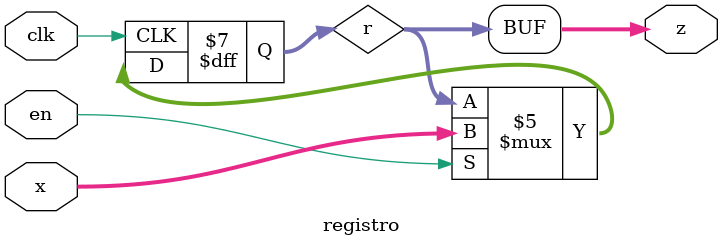
<source format=v>
module registro(output [0:N-1]z, input [0:N-1] x, input en, input clk);
    //la lunghezza del registro è definita con un parametro
    parameter N = 8;

    reg [0:N-1]r;
    //inizializzo r
    initial 
        r = 0;
    
    always @(posedge clk)
        begin
            if(en==1)
                r=x;
        end

    //assegno a z sempre il valore del registro
    assign
        z=r;
endmodule
</source>
